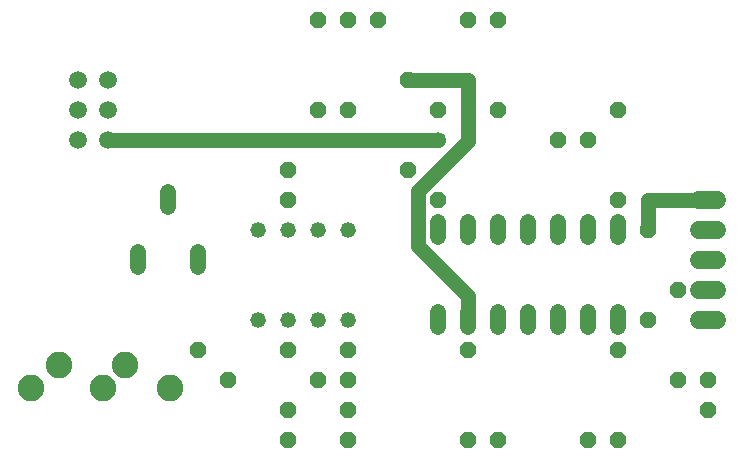
<source format=gbr>
G04 EAGLE Gerber RS-274X export*
G75*
%MOMM*%
%FSLAX34Y34*%
%LPD*%
%INTop Copper*%
%IPPOS*%
%AMOC8*
5,1,8,0,0,1.08239X$1,22.5*%
G01*
%ADD10P,1.429621X8X292.500000*%
%ADD11P,1.429621X8X22.500000*%
%ADD12C,1.320800*%
%ADD13C,1.320800*%
%ADD14P,1.429621X8X112.500000*%
%ADD15C,1.524000*%
%ADD16C,2.250000*%
%ADD17C,1.508000*%
%ADD18C,1.270000*%
%ADD19C,1.350000*%


D10*
X279466Y101600D03*
X279466Y76200D03*
X228666Y101600D03*
X228666Y76200D03*
X279466Y152400D03*
X279466Y127000D03*
X228534Y304800D03*
X228534Y279400D03*
D11*
X457200Y330134D03*
X482600Y330134D03*
D12*
X507934Y260604D02*
X507934Y247396D01*
X482534Y247396D02*
X482534Y260604D01*
X355534Y260604D02*
X355534Y247396D01*
X355534Y184404D02*
X355534Y171196D01*
X457134Y247396D02*
X457134Y260604D01*
X431734Y260604D02*
X431734Y247396D01*
X380934Y247396D02*
X380934Y260604D01*
X406334Y260604D02*
X406334Y247396D01*
X380934Y184404D02*
X380934Y171196D01*
X406334Y171196D02*
X406334Y184404D01*
X431734Y184404D02*
X431734Y171196D01*
X457134Y171196D02*
X457134Y184404D01*
X482534Y184404D02*
X482534Y171196D01*
X507934Y171196D02*
X507934Y184404D01*
D13*
X203266Y177800D03*
X228666Y177800D03*
X228666Y254000D03*
X203266Y254000D03*
X254066Y177800D03*
X279466Y177800D03*
X254066Y254000D03*
X279466Y254000D03*
D11*
X152466Y152400D03*
X228666Y152400D03*
X304866Y431800D03*
X381066Y431800D03*
X177866Y127000D03*
X254066Y127000D03*
D14*
X279400Y355666D03*
X279400Y431866D03*
X254066Y355600D03*
X254066Y431800D03*
D10*
X406400Y431800D03*
X406400Y355600D03*
D14*
X533400Y177800D03*
X533400Y254000D03*
X330200Y304800D03*
X330200Y381000D03*
X508000Y279400D03*
X508000Y355600D03*
X558800Y127000D03*
X558800Y203200D03*
D10*
X584200Y127000D03*
X584200Y101600D03*
D15*
X576580Y279400D02*
X591820Y279400D01*
X591820Y254000D02*
X576580Y254000D01*
X576580Y228600D02*
X591820Y228600D01*
X591820Y203200D02*
X576580Y203200D01*
X576580Y177800D02*
X591820Y177800D01*
D16*
X11000Y119500D03*
X72000Y119500D03*
X129000Y119500D03*
X35000Y139500D03*
X91000Y139500D03*
D14*
X355600Y279400D03*
X355600Y355600D03*
D17*
X50800Y355600D03*
X50800Y330200D03*
X50800Y381000D03*
X76200Y381000D03*
X76200Y355600D03*
X76200Y330200D03*
D10*
X381000Y152400D03*
X381000Y76200D03*
D11*
X406400Y76200D03*
X482600Y76200D03*
D14*
X508000Y76200D03*
X508000Y152400D03*
D12*
X152400Y221996D02*
X152400Y235204D01*
X127000Y272796D02*
X127000Y286004D01*
X101600Y235204D02*
X101600Y221996D01*
D18*
X380934Y198019D02*
X380934Y177800D01*
X380934Y198019D02*
X338580Y240373D01*
X338580Y286357D02*
X381000Y328777D01*
X338580Y286357D02*
X338580Y240373D01*
X330200Y381000D02*
X381000Y381000D01*
X381000Y328777D01*
X533400Y279400D02*
X533400Y254000D01*
X533400Y279400D02*
X584200Y279400D01*
D19*
X355600Y330200D03*
D18*
X76200Y330200D01*
M02*

</source>
